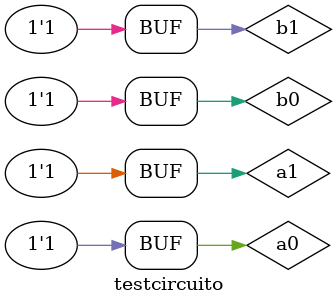
<source format=v>
module subcircuitoMeia (s0, s1, a, b);
 output s0, s1;
 input  a, b;
 
 and AND1 (s1, a, b);
 xor XOR1 (s0, a, b);
 
endmodule

module subcircuitoComp (s0, s1, a, b, c);
 output s0, s1;
 input  a, b, c;
 wire s2, s3, s4;
 
 subcircuitoMeia SUB1 (s2, s3, a, b);
 subcircuitoMeia SUB2 (s0, s4, c, s2);
 or OR1 (s1, s3, s4);
 
endmodule

module circuito (s0, s1, s2, s3, a1, a0, b1, b0);
 output s0, s1, s2, s3;
 input a1, a0, b1, b0;
 wire s4, s5, s6, s7, s8, s9;
 
 and AND1 (s4, a0, b0);
 and AND2 (s5, a0, b1);
 and AND3 (s6, a1, b0);
 and AND4 (s7, a1, b1);
 subcircuitoMeia SUBM1 (s0, s8, 0, s4);
 subcircuitoComp SUBC1 (s1, s9, s8, s5, s6);
 subcircuitoMeia SUBM2 (s2, s3, s9, s7); 

endmodule

module testcircuito;
 reg a1, a0, b1, b0;
 wire s0, s1, s2, s3;
 
 circuito CIRCUITO1 (s0, s1, s2, s3,a1, a0, b1, b0);
 
 initial begin
      $display("Exemplo 03 - Braulio Lima e Andrade - 380749");
      $display("Test Circuito da Soma");
      $display("\na1 a0 x b1 b0 = s3 s2 s1 s0");
      $monitor(" %b  %b x  %b  %b =  %b  %b  %b  %b", a1, a0, b1, b0, s3, s2, s1, s0);
	#1 a1=0; a0=0; b1=0; b0=0;
	#1 a1=0; a0=0; b1=0; b0=1;
	#1 a1=0; a0=0; b1=1; b0=0;
	#1 a1=0; a0=0; b1=1; b0=1;
	#1 a1=0; a0=1; b1=0; b0=0;
	#1 a1=0; a0=1; b1=0; b0=1;
	#1 a1=0; a0=1; b1=1; b0=0;
	#1 a1=0; a0=1; b1=1; b0=1;
	#1 a1=1; a0=0; b1=0; b0=0;
	#1 a1=1; a0=0; b1=0; b0=1;
	#1 a1=1; a0=0; b1=1; b0=0;
	#1 a1=1; a0=0; b1=1; b0=1;
	#1 a1=1; a0=1; b1=0; b0=0;
	#1 a1=1; a0=1; b1=0; b0=1;
	#1 a1=1; a0=1; b1=1; b0=0;
	#1 a1=1; a0=1; b1=1; b0=1;
	
  end
 
endmodule
</source>
